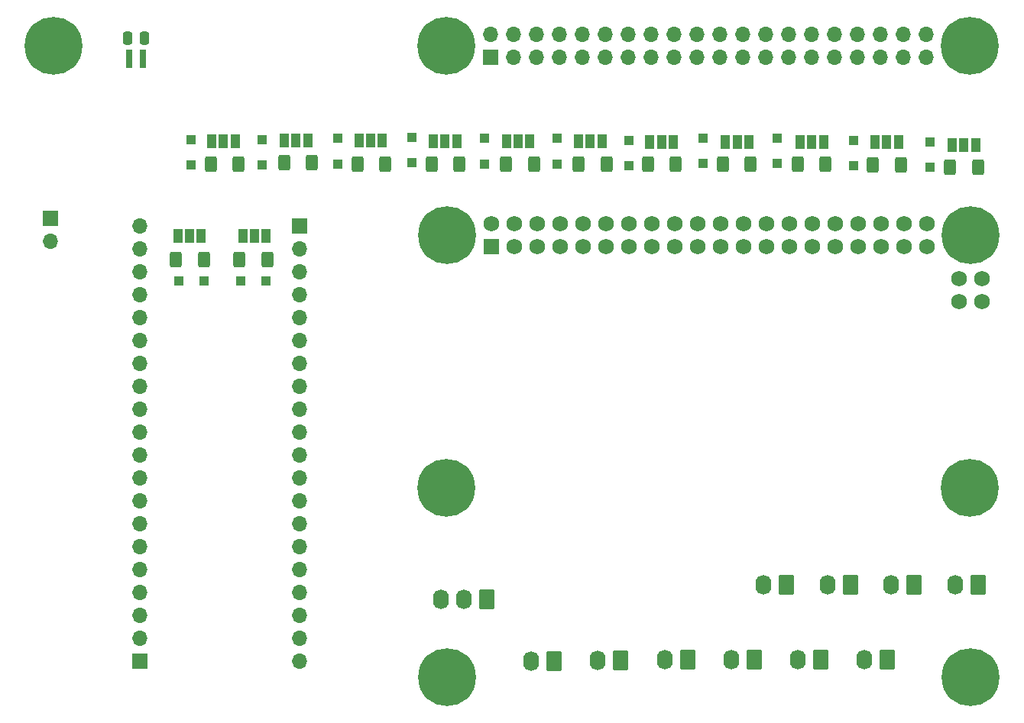
<source format=gbr>
%TF.GenerationSoftware,KiCad,Pcbnew,7.0.7*%
%TF.CreationDate,2024-09-02T11:23:26-05:00*%
%TF.ProjectId,Module_RPI,4d6f6475-6c65-45f5-9250-492e6b696361,rev?*%
%TF.SameCoordinates,Original*%
%TF.FileFunction,Soldermask,Bot*%
%TF.FilePolarity,Negative*%
%FSLAX46Y46*%
G04 Gerber Fmt 4.6, Leading zero omitted, Abs format (unit mm)*
G04 Created by KiCad (PCBNEW 7.0.7) date 2024-09-02 11:23:26*
%MOMM*%
%LPD*%
G01*
G04 APERTURE LIST*
G04 Aperture macros list*
%AMRoundRect*
0 Rectangle with rounded corners*
0 $1 Rounding radius*
0 $2 $3 $4 $5 $6 $7 $8 $9 X,Y pos of 4 corners*
0 Add a 4 corners polygon primitive as box body*
4,1,4,$2,$3,$4,$5,$6,$7,$8,$9,$2,$3,0*
0 Add four circle primitives for the rounded corners*
1,1,$1+$1,$2,$3*
1,1,$1+$1,$4,$5*
1,1,$1+$1,$6,$7*
1,1,$1+$1,$8,$9*
0 Add four rect primitives between the rounded corners*
20,1,$1+$1,$2,$3,$4,$5,0*
20,1,$1+$1,$4,$5,$6,$7,0*
20,1,$1+$1,$6,$7,$8,$9,0*
20,1,$1+$1,$8,$9,$2,$3,0*%
G04 Aperture macros list end*
%ADD10RoundRect,0.250000X0.620000X0.845000X-0.620000X0.845000X-0.620000X-0.845000X0.620000X-0.845000X0*%
%ADD11O,1.740000X2.190000*%
%ADD12R,0.800000X2.000000*%
%ADD13C,6.404000*%
%ADD14RoundRect,0.250000X0.250000X0.475000X-0.250000X0.475000X-0.250000X-0.475000X0.250000X-0.475000X0*%
%ADD15R,1.700000X1.700000*%
%ADD16O,1.700000X1.700000*%
%ADD17RoundRect,0.102000X-0.762000X-0.762000X0.762000X-0.762000X0.762000X0.762000X-0.762000X0.762000X0*%
%ADD18C,1.728000*%
%ADD19R,1.000000X1.500000*%
%ADD20RoundRect,0.250000X0.400000X0.625000X-0.400000X0.625000X-0.400000X-0.625000X0.400000X-0.625000X0*%
%ADD21RoundRect,0.250000X-0.400000X-0.625000X0.400000X-0.625000X0.400000X0.625000X-0.400000X0.625000X0*%
%ADD22RoundRect,0.250000X0.300000X-0.300000X0.300000X0.300000X-0.300000X0.300000X-0.300000X-0.300000X0*%
%ADD23RoundRect,0.250000X0.300000X0.300000X-0.300000X0.300000X-0.300000X-0.300000X0.300000X-0.300000X0*%
%ADD24RoundRect,0.250000X-0.300000X-0.300000X0.300000X-0.300000X0.300000X0.300000X-0.300000X0.300000X0*%
G04 APERTURE END LIST*
D10*
%TO.C,GPIO16*%
X146426000Y-130600000D03*
D11*
X143886000Y-130600000D03*
%TD*%
D10*
%TO.C,3.3V1*%
X156477500Y-122300000D03*
D11*
X153937500Y-122300000D03*
%TD*%
D10*
%TO.C,3.3V2*%
X149387500Y-122300000D03*
D11*
X146847500Y-122300000D03*
%TD*%
D10*
%TO.C,5V2*%
X142297500Y-122300000D03*
D11*
X139757500Y-122300000D03*
%TD*%
D12*
%TO.C,BT1*%
X62400000Y-63981898D03*
X63900000Y-63981898D03*
%TD*%
D13*
%TO.C,*%
X54000000Y-62511000D03*
%TD*%
D10*
%TO.C,GPIO22*%
X131654000Y-130600000D03*
D11*
X129114000Y-130600000D03*
%TD*%
D10*
%TO.C,5V1*%
X135207500Y-122280000D03*
D11*
X132667500Y-122280000D03*
%TD*%
D13*
%TO.C,*%
X97580000Y-111511000D03*
X155580000Y-111511000D03*
X155580000Y-62511000D03*
X97580000Y-62511000D03*
%TD*%
D14*
%TO.C,C1*%
X62200000Y-61700000D03*
X64100000Y-61700000D03*
%TD*%
D10*
%TO.C,GPIO28*%
X109496000Y-130780000D03*
D11*
X106956000Y-130780000D03*
%TD*%
D10*
%TO.C,GPIO29*%
X102040000Y-123930000D03*
D11*
X99500000Y-123930000D03*
X96960000Y-123930000D03*
%TD*%
D15*
%TO.C,J1*%
X53675000Y-81650000D03*
D16*
X53675000Y-84190000D03*
%TD*%
D10*
%TO.C,GPIO18*%
X139040000Y-130600000D03*
D11*
X136500000Y-130600000D03*
%TD*%
D10*
%TO.C,GPIO24*%
X124268000Y-130600000D03*
D11*
X121728000Y-130600000D03*
%TD*%
D15*
%TO.C,J2*%
X63600000Y-130750000D03*
D16*
X63600000Y-128210000D03*
X63600000Y-125670000D03*
X63600000Y-123130000D03*
X63600000Y-120590000D03*
X63600000Y-118050000D03*
X63600000Y-115510000D03*
X63600000Y-112970000D03*
X63600000Y-110430000D03*
X63600000Y-107890000D03*
X63600000Y-105350000D03*
X63600000Y-102810000D03*
X63600000Y-100270000D03*
X63600000Y-97730000D03*
X63600000Y-95190000D03*
X63600000Y-92650000D03*
X63600000Y-90110000D03*
X63600000Y-87570000D03*
X63600000Y-85030000D03*
X63600000Y-82490000D03*
%TD*%
D15*
%TO.C,J4*%
X81250000Y-82500000D03*
D16*
X81250000Y-85040000D03*
X81250000Y-87580000D03*
X81250000Y-90120000D03*
X81250000Y-92660000D03*
X81250000Y-95200000D03*
X81250000Y-97740000D03*
X81250000Y-100280000D03*
X81250000Y-102820000D03*
X81250000Y-105360000D03*
X81250000Y-107900000D03*
X81250000Y-110440000D03*
X81250000Y-112980000D03*
X81250000Y-115520000D03*
X81250000Y-118060000D03*
X81250000Y-120600000D03*
X81250000Y-123140000D03*
X81250000Y-125680000D03*
X81250000Y-128220000D03*
X81250000Y-130760000D03*
%TD*%
D17*
%TO.C,U2*%
X102520000Y-84770000D03*
D18*
X102520000Y-82230000D03*
X105060000Y-84770000D03*
X105060000Y-82230000D03*
X107600000Y-84770000D03*
X107600000Y-82230000D03*
X110140000Y-84770000D03*
X110140000Y-82230000D03*
X112680000Y-84770000D03*
X112680000Y-82230000D03*
X115220000Y-84770000D03*
X115220000Y-82230000D03*
X117760000Y-84770000D03*
X117760000Y-82230000D03*
X120300000Y-84770000D03*
X120300000Y-82230000D03*
X122840000Y-84770000D03*
X122840000Y-82230000D03*
X125380000Y-84770000D03*
X125380000Y-82230000D03*
X127920000Y-84770000D03*
X127920000Y-82230000D03*
X130460000Y-84770000D03*
X130460000Y-82230000D03*
X133000000Y-84770000D03*
X133000000Y-82230000D03*
X135540000Y-84770000D03*
X135540000Y-82230000D03*
X138080000Y-84770000D03*
X138080000Y-82230000D03*
X140620000Y-84770000D03*
X140620000Y-82230000D03*
X143160000Y-84770000D03*
X143160000Y-82230000D03*
X145700000Y-84770000D03*
X145700000Y-82230000D03*
X148240000Y-84770000D03*
X148240000Y-82230000D03*
X150780000Y-84770000D03*
X150780000Y-82230000D03*
X156880000Y-90893000D03*
X156880000Y-88353000D03*
X154340000Y-90893000D03*
X154340000Y-88353000D03*
D13*
X97650000Y-83500000D03*
X155650000Y-83500000D03*
X155650000Y-132500000D03*
X97650000Y-132500000D03*
%TD*%
D10*
%TO.C,GPIO26*%
X116882000Y-130680000D03*
D11*
X114342000Y-130680000D03*
%TD*%
D16*
%TO.C,J1_Rele1*%
X150710000Y-61230000D03*
X150710000Y-63770000D03*
X148170000Y-61230000D03*
X148170000Y-63770000D03*
X145630000Y-61230000D03*
X145630000Y-63770000D03*
X143090000Y-61230000D03*
X143090000Y-63770000D03*
X140550000Y-61230000D03*
X140550000Y-63770000D03*
X138010000Y-61230000D03*
X138010000Y-63770000D03*
X135470000Y-61230000D03*
X135470000Y-63770000D03*
X132930000Y-61230000D03*
X132930000Y-63770000D03*
X130390000Y-61230000D03*
X130390000Y-63770000D03*
X127850000Y-61230000D03*
X127850000Y-63770000D03*
X125310000Y-61230000D03*
X125310000Y-63770000D03*
X122770000Y-61230000D03*
X122770000Y-63770000D03*
X120230000Y-61230000D03*
X120230000Y-63770000D03*
X117690000Y-61230000D03*
X117690000Y-63770000D03*
X115150000Y-61230000D03*
X115150000Y-63770000D03*
X112610000Y-61230000D03*
X112610000Y-63770000D03*
X110070000Y-61230000D03*
X110070000Y-63770000D03*
X107530000Y-61230000D03*
X107530000Y-63770000D03*
X104990000Y-61230000D03*
X104990000Y-63770000D03*
X102450000Y-61230000D03*
D15*
X102450000Y-63770000D03*
%TD*%
D19*
%TO.C,JP6*%
X74150000Y-73100000D03*
X72850000Y-73100000D03*
X71550000Y-73100000D03*
%TD*%
%TO.C,JP17*%
X122677064Y-73150000D03*
X121377064Y-73150000D03*
X120077064Y-73150000D03*
%TD*%
D20*
%TO.C,R28*%
X147877064Y-75750000D03*
X144777064Y-75750000D03*
%TD*%
D21*
%TO.C,R21*%
X74600000Y-86200000D03*
X77700000Y-86200000D03*
%TD*%
D22*
%TO.C,D18*%
X117800000Y-75800000D03*
X117800000Y-73000000D03*
%TD*%
%TO.C,D23*%
X126027064Y-75550000D03*
X126027064Y-72750000D03*
%TD*%
D19*
%TO.C,JP11*%
X106800000Y-73100000D03*
X105500000Y-73100000D03*
X104200000Y-73100000D03*
%TD*%
D20*
%TO.C,R26*%
X139577064Y-75650000D03*
X136477064Y-75650000D03*
%TD*%
D23*
%TO.C,D20*%
X77600000Y-88600000D03*
X74800000Y-88600000D03*
%TD*%
D19*
%TO.C,JP8*%
X82200000Y-73000000D03*
X80900000Y-73000000D03*
X79600000Y-73000000D03*
%TD*%
D22*
%TO.C,D10*%
X85500000Y-75600000D03*
X85500000Y-72800000D03*
%TD*%
D19*
%TO.C,JP26*%
X147627064Y-73200000D03*
X146327064Y-73200000D03*
X145027064Y-73200000D03*
%TD*%
D20*
%TO.C,R14*%
X115300000Y-75600000D03*
X112200000Y-75600000D03*
%TD*%
%TO.C,R20*%
X70700000Y-86200000D03*
X67600000Y-86200000D03*
%TD*%
%TO.C,R12*%
X99000000Y-75600000D03*
X95900000Y-75600000D03*
%TD*%
D19*
%TO.C,JP19*%
X75000000Y-83600000D03*
X76300000Y-83600000D03*
X77600000Y-83600000D03*
%TD*%
%TO.C,JP18*%
X70400000Y-83600000D03*
X69100000Y-83600000D03*
X67800000Y-83600000D03*
%TD*%
%TO.C,JP10*%
X98700000Y-73100000D03*
X97400000Y-73100000D03*
X96100000Y-73100000D03*
%TD*%
%TO.C,JP22*%
X131077064Y-73150000D03*
X129777064Y-73150000D03*
X128477064Y-73150000D03*
%TD*%
D20*
%TO.C,R11*%
X90800000Y-75600000D03*
X87700000Y-75600000D03*
%TD*%
D22*
%TO.C,D9*%
X77150000Y-75750000D03*
X77150000Y-72950000D03*
%TD*%
%TO.C,D25*%
X134227064Y-75550000D03*
X134227064Y-72750000D03*
%TD*%
D20*
%TO.C,R29*%
X156427064Y-75950000D03*
X153327064Y-75950000D03*
%TD*%
D19*
%TO.C,JP27*%
X156177064Y-73500000D03*
X154877064Y-73500000D03*
X153577064Y-73500000D03*
%TD*%
D22*
%TO.C,D11*%
X93700000Y-75500000D03*
X93700000Y-72700000D03*
%TD*%
D20*
%TO.C,R13*%
X107250000Y-75600000D03*
X104150000Y-75600000D03*
%TD*%
D19*
%TO.C,JP24*%
X139327064Y-73150000D03*
X138027064Y-73150000D03*
X136727064Y-73150000D03*
%TD*%
%TO.C,JP9*%
X90467000Y-72984000D03*
X89167000Y-72984000D03*
X87867000Y-72984000D03*
%TD*%
D22*
%TO.C,D12*%
X101800000Y-75600000D03*
X101800000Y-72800000D03*
%TD*%
D20*
%TO.C,R10*%
X82650000Y-75500000D03*
X79550000Y-75500000D03*
%TD*%
%TO.C,R8*%
X74550000Y-75600000D03*
X71450000Y-75600000D03*
%TD*%
D22*
%TO.C,D28*%
X151177064Y-76000000D03*
X151177064Y-73200000D03*
%TD*%
%TO.C,D27*%
X142627064Y-75800000D03*
X142627064Y-73000000D03*
%TD*%
D20*
%TO.C,R24*%
X131277064Y-75650000D03*
X128177064Y-75650000D03*
%TD*%
D22*
%TO.C,D13*%
X109800000Y-75600000D03*
X109800000Y-72800000D03*
%TD*%
D24*
%TO.C,D19*%
X67900000Y-88600000D03*
X70700000Y-88600000D03*
%TD*%
D22*
%TO.C,D7*%
X69300000Y-75750000D03*
X69300000Y-72950000D03*
%TD*%
D20*
%TO.C,R19*%
X122977064Y-75650000D03*
X119877064Y-75650000D03*
%TD*%
D19*
%TO.C,JP12*%
X114800000Y-73100000D03*
X113500000Y-73100000D03*
X112200000Y-73100000D03*
%TD*%
M02*

</source>
